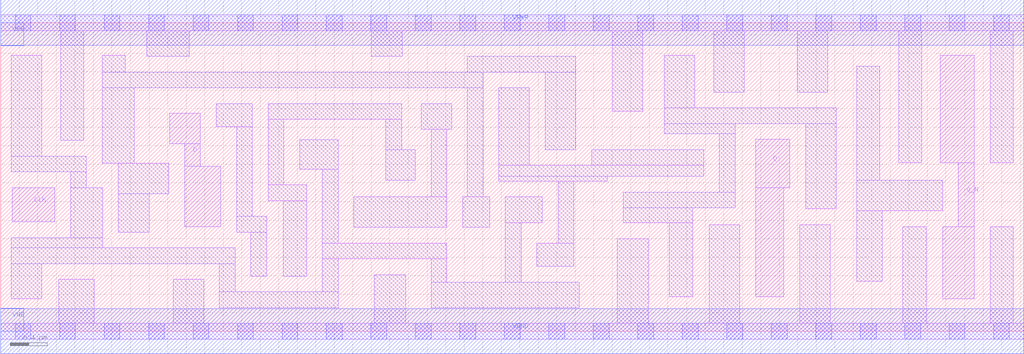
<source format=lef>
# Copyright 2020 The SkyWater PDK Authors
#
# Licensed under the Apache License, Version 2.0 (the "License");
# you may not use this file except in compliance with the License.
# You may obtain a copy of the License at
#
#     https://www.apache.org/licenses/LICENSE-2.0
#
# Unless required by applicable law or agreed to in writing, software
# distributed under the License is distributed on an "AS IS" BASIS,
# WITHOUT WARRANTIES OR CONDITIONS OF ANY KIND, either express or implied.
# See the License for the specific language governing permissions and
# limitations under the License.
#
# SPDX-License-Identifier: Apache-2.0

VERSION 5.5 ;
NAMESCASESENSITIVE ON ;
BUSBITCHARS "[]" ;
DIVIDERCHAR "/" ;
MACRO sky130_fd_sc_ms__dfxbp_2
  CLASS CORE ;
  SOURCE USER ;
  ORIGIN  0.000000  0.000000 ;
  SIZE  11.04000 BY  3.330000 ;
  SYMMETRY X Y ;
  SITE unit ;
  PIN D
    ANTENNAGATEAREA  0.126000 ;
    DIRECTION INPUT ;
    USE SIGNAL ;
    PORT
      LAYER li1 ;
        RECT 1.825000 2.025000 2.155000 2.355000 ;
        RECT 1.985000 1.125000 2.375000 1.780000 ;
        RECT 1.985000 1.780000 2.155000 2.025000 ;
    END
  END D
  PIN Q
    ANTENNADIFFAREA  0.543200 ;
    DIRECTION OUTPUT ;
    USE SIGNAL ;
    PORT
      LAYER li1 ;
        RECT 8.145000 0.370000 8.450000 1.550000 ;
        RECT 8.145000 1.550000 8.515000 2.070000 ;
    END
  END Q
  PIN Q_N
    ANTENNADIFFAREA  0.543200 ;
    DIRECTION OUTPUT ;
    USE SIGNAL ;
    PORT
      LAYER li1 ;
        RECT 10.140000 1.820000 10.505000 2.980000 ;
        RECT 10.165000 0.350000 10.505000 1.130000 ;
        RECT 10.335000 1.130000 10.505000 1.820000 ;
    END
  END Q_N
  PIN CLK
    ANTENNAGATEAREA  0.279000 ;
    DIRECTION INPUT ;
    USE CLOCK ;
    PORT
      LAYER li1 ;
        RECT 0.125000 1.180000 0.585000 1.550000 ;
    END
  END CLK
  PIN VGND
    DIRECTION INOUT ;
    USE GROUND ;
    PORT
      LAYER met1 ;
        RECT 0.000000 -0.245000 11.040000 0.245000 ;
    END
  END VGND
  PIN VNB
    DIRECTION INOUT ;
    USE GROUND ;
    PORT
      LAYER met1 ;
        RECT 0.000000 0.000000 0.250000 0.250000 ;
    END
  END VNB
  PIN VPB
    DIRECTION INOUT ;
    USE POWER ;
    PORT
      LAYER met1 ;
        RECT 0.000000 3.080000 0.250000 3.330000 ;
    END
  END VPB
  PIN VPWR
    DIRECTION INOUT ;
    USE POWER ;
    PORT
      LAYER met1 ;
        RECT 0.000000 3.085000 11.040000 3.575000 ;
    END
  END VPWR
  OBS
    LAYER li1 ;
      RECT  0.000000 -0.085000 11.040000 0.085000 ;
      RECT  0.000000  3.245000 11.040000 3.415000 ;
      RECT  0.115000  0.350000  0.445000 0.730000 ;
      RECT  0.115000  0.730000  2.530000 0.900000 ;
      RECT  0.115000  0.900000  1.100000 1.010000 ;
      RECT  0.115000  1.720000  0.925000 1.890000 ;
      RECT  0.115000  1.890000  0.445000 2.980000 ;
      RECT  0.625000  0.085000  1.010000 0.560000 ;
      RECT  0.645000  2.060000  0.895000 3.245000 ;
      RECT  0.755000  1.010000  1.100000 1.550000 ;
      RECT  0.755000  1.550000  0.925000 1.720000 ;
      RECT  1.095000  1.815000  1.440000 2.625000 ;
      RECT  1.095000  2.625000  5.205000 2.795000 ;
      RECT  1.095000  2.795000  1.345000 2.980000 ;
      RECT  1.270000  1.070000  1.600000 1.485000 ;
      RECT  1.270000  1.485000  1.815000 1.815000 ;
      RECT  1.575000  2.965000  2.035000 3.245000 ;
      RECT  1.860000  0.085000  2.190000 0.560000 ;
      RECT  2.325000  2.205000  2.715000 2.455000 ;
      RECT  2.360000  0.255000  3.640000 0.425000 ;
      RECT  2.360000  0.425000  2.530000 0.730000 ;
      RECT  2.545000  1.070000  2.870000 1.240000 ;
      RECT  2.545000  1.240000  2.715000 2.205000 ;
      RECT  2.700000  0.595000  2.870000 1.070000 ;
      RECT  2.885000  1.410000  3.300000 1.580000 ;
      RECT  2.885000  1.580000  3.055000 2.285000 ;
      RECT  2.885000  2.285000  4.325000 2.455000 ;
      RECT  3.050000  0.595000  3.300000 1.410000 ;
      RECT  3.225000  1.750000  3.640000 2.065000 ;
      RECT  3.470000  0.425000  3.640000 0.780000 ;
      RECT  3.470000  0.780000  4.815000 0.950000 ;
      RECT  3.470000  0.950000  3.640000 1.750000 ;
      RECT  3.810000  1.120000  4.815000 1.450000 ;
      RECT  4.000000  2.965000  4.330000 3.245000 ;
      RECT  4.030000  0.085000  4.370000 0.610000 ;
      RECT  4.155000  1.630000  4.475000 1.960000 ;
      RECT  4.155000  1.960000  4.325000 2.285000 ;
      RECT  4.535000  2.180000  4.865000 2.455000 ;
      RECT  4.645000  0.255000  6.240000 0.530000 ;
      RECT  4.645000  0.530000  4.815000 0.780000 ;
      RECT  4.645000  1.450000  4.815000 2.180000 ;
      RECT  4.985000  1.120000  5.275000 1.450000 ;
      RECT  5.035000  1.450000  5.205000 2.625000 ;
      RECT  5.035000  2.795000  6.205000 2.965000 ;
      RECT  5.375000  1.620000  6.545000 1.670000 ;
      RECT  5.375000  1.670000  7.585000 1.790000 ;
      RECT  5.375000  1.790000  5.705000 2.625000 ;
      RECT  5.445000  0.530000  5.615000 1.170000 ;
      RECT  5.445000  1.170000  5.845000 1.450000 ;
      RECT  5.785000  0.700000  6.185000 0.950000 ;
      RECT  5.875000  1.960000  6.205000 2.795000 ;
      RECT  6.015000  0.950000  6.185000 1.620000 ;
      RECT  6.375000  1.790000  7.585000 1.960000 ;
      RECT  6.600000  2.375000  6.930000 3.245000 ;
      RECT  6.655000  0.085000  6.985000 1.000000 ;
      RECT  6.715000  1.170000  7.465000 1.330000 ;
      RECT  6.715000  1.330000  7.925000 1.500000 ;
      RECT  7.160000  2.130000  7.925000 2.240000 ;
      RECT  7.160000  2.240000  9.015000 2.410000 ;
      RECT  7.160000  2.410000  7.490000 2.980000 ;
      RECT  7.215000  0.370000  7.465000 1.170000 ;
      RECT  7.645000  0.085000  7.975000 1.150000 ;
      RECT  7.695000  2.580000  8.025000 3.245000 ;
      RECT  7.755000  1.500000  7.925000 2.130000 ;
      RECT  8.595000  2.580000  8.925000 3.245000 ;
      RECT  8.620000  0.085000  8.950000 1.150000 ;
      RECT  8.685000  1.320000  9.015000 2.240000 ;
      RECT  9.235000  0.540000  9.510000 1.300000 ;
      RECT  9.235000  1.300000 10.165000 1.630000 ;
      RECT  9.235000  1.630000  9.485000 2.860000 ;
      RECT  9.690000  1.820000  9.940000 3.245000 ;
      RECT  9.735000  0.085000  9.985000 1.130000 ;
      RECT 10.675000  0.085000 10.925000 1.130000 ;
      RECT 10.675000  1.820000 10.925000 3.245000 ;
    LAYER mcon ;
      RECT  0.155000 -0.085000  0.325000 0.085000 ;
      RECT  0.155000  3.245000  0.325000 3.415000 ;
      RECT  0.635000 -0.085000  0.805000 0.085000 ;
      RECT  0.635000  3.245000  0.805000 3.415000 ;
      RECT  1.115000 -0.085000  1.285000 0.085000 ;
      RECT  1.115000  3.245000  1.285000 3.415000 ;
      RECT  1.595000 -0.085000  1.765000 0.085000 ;
      RECT  1.595000  3.245000  1.765000 3.415000 ;
      RECT  2.075000 -0.085000  2.245000 0.085000 ;
      RECT  2.075000  3.245000  2.245000 3.415000 ;
      RECT  2.555000 -0.085000  2.725000 0.085000 ;
      RECT  2.555000  3.245000  2.725000 3.415000 ;
      RECT  3.035000 -0.085000  3.205000 0.085000 ;
      RECT  3.035000  3.245000  3.205000 3.415000 ;
      RECT  3.515000 -0.085000  3.685000 0.085000 ;
      RECT  3.515000  3.245000  3.685000 3.415000 ;
      RECT  3.995000 -0.085000  4.165000 0.085000 ;
      RECT  3.995000  3.245000  4.165000 3.415000 ;
      RECT  4.475000 -0.085000  4.645000 0.085000 ;
      RECT  4.475000  3.245000  4.645000 3.415000 ;
      RECT  4.955000 -0.085000  5.125000 0.085000 ;
      RECT  4.955000  3.245000  5.125000 3.415000 ;
      RECT  5.435000 -0.085000  5.605000 0.085000 ;
      RECT  5.435000  3.245000  5.605000 3.415000 ;
      RECT  5.915000 -0.085000  6.085000 0.085000 ;
      RECT  5.915000  3.245000  6.085000 3.415000 ;
      RECT  6.395000 -0.085000  6.565000 0.085000 ;
      RECT  6.395000  3.245000  6.565000 3.415000 ;
      RECT  6.875000 -0.085000  7.045000 0.085000 ;
      RECT  6.875000  3.245000  7.045000 3.415000 ;
      RECT  7.355000 -0.085000  7.525000 0.085000 ;
      RECT  7.355000  3.245000  7.525000 3.415000 ;
      RECT  7.835000 -0.085000  8.005000 0.085000 ;
      RECT  7.835000  3.245000  8.005000 3.415000 ;
      RECT  8.315000 -0.085000  8.485000 0.085000 ;
      RECT  8.315000  3.245000  8.485000 3.415000 ;
      RECT  8.795000 -0.085000  8.965000 0.085000 ;
      RECT  8.795000  3.245000  8.965000 3.415000 ;
      RECT  9.275000 -0.085000  9.445000 0.085000 ;
      RECT  9.275000  3.245000  9.445000 3.415000 ;
      RECT  9.755000 -0.085000  9.925000 0.085000 ;
      RECT  9.755000  3.245000  9.925000 3.415000 ;
      RECT 10.235000 -0.085000 10.405000 0.085000 ;
      RECT 10.235000  3.245000 10.405000 3.415000 ;
      RECT 10.715000 -0.085000 10.885000 0.085000 ;
      RECT 10.715000  3.245000 10.885000 3.415000 ;
  END
END sky130_fd_sc_ms__dfxbp_2

</source>
